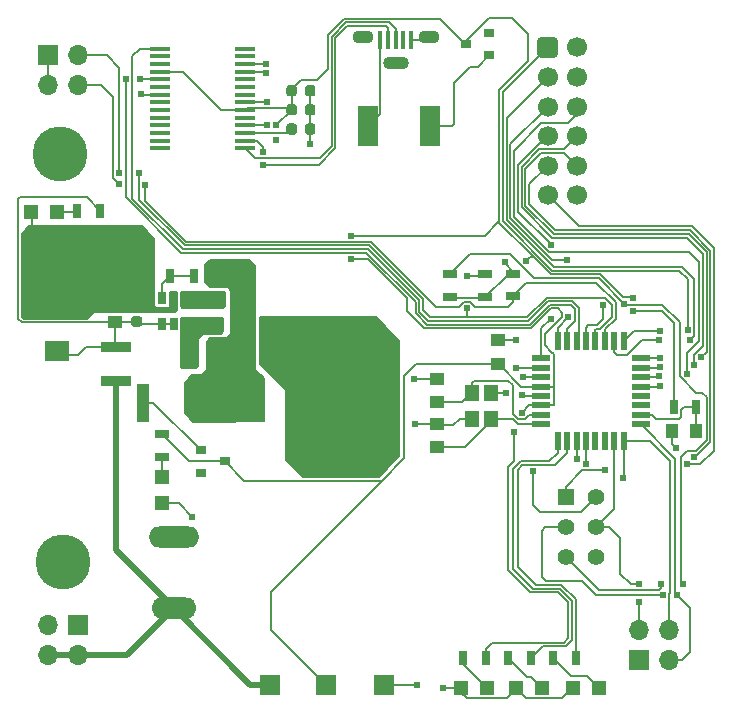
<source format=gtl>
G04 #@! TF.GenerationSoftware,KiCad,Pcbnew,5.1.7-a382d34a8~87~ubuntu20.04.1*
G04 #@! TF.CreationDate,2021-03-22T20:15:53-04:00*
G04 #@! TF.ProjectId,SystemHitLInterface,53797374-656d-4486-9974-4c496e746572,rev?*
G04 #@! TF.SameCoordinates,Original*
G04 #@! TF.FileFunction,Copper,L1,Top*
G04 #@! TF.FilePolarity,Positive*
%FSLAX46Y46*%
G04 Gerber Fmt 4.6, Leading zero omitted, Abs format (unit mm)*
G04 Created by KiCad (PCBNEW 5.1.7-a382d34a8~87~ubuntu20.04.1) date 2021-03-22 20:15:53*
%MOMM*%
%LPD*%
G01*
G04 APERTURE LIST*
G04 #@! TA.AperFunction,ComponentPad*
%ADD10C,4.648200*%
G04 #@! TD*
G04 #@! TA.AperFunction,SMDPad,CuDef*
%ADD11R,1.300000X0.700000*%
G04 #@! TD*
G04 #@! TA.AperFunction,SMDPad,CuDef*
%ADD12R,0.700000X1.300000*%
G04 #@! TD*
G04 #@! TA.AperFunction,SMDPad,CuDef*
%ADD13R,1.200000X2.000000*%
G04 #@! TD*
G04 #@! TA.AperFunction,SMDPad,CuDef*
%ADD14R,1.780000X3.500000*%
G04 #@! TD*
G04 #@! TA.AperFunction,SMDPad,CuDef*
%ADD15R,1.250000X1.000000*%
G04 #@! TD*
G04 #@! TA.AperFunction,SMDPad,CuDef*
%ADD16R,0.650000X1.060000*%
G04 #@! TD*
G04 #@! TA.AperFunction,SMDPad,CuDef*
%ADD17R,1.000000X1.600000*%
G04 #@! TD*
G04 #@! TA.AperFunction,SMDPad,CuDef*
%ADD18R,1.000000X1.250000*%
G04 #@! TD*
G04 #@! TA.AperFunction,SMDPad,CuDef*
%ADD19R,1.200000X1.200000*%
G04 #@! TD*
G04 #@! TA.AperFunction,SMDPad,CuDef*
%ADD20R,0.900000X0.800000*%
G04 #@! TD*
G04 #@! TA.AperFunction,ComponentPad*
%ADD21R,1.400000X1.400000*%
G04 #@! TD*
G04 #@! TA.AperFunction,ComponentPad*
%ADD22C,1.400000*%
G04 #@! TD*
G04 #@! TA.AperFunction,ComponentPad*
%ADD23R,1.700000X1.700000*%
G04 #@! TD*
G04 #@! TA.AperFunction,ComponentPad*
%ADD24O,1.700000X1.700000*%
G04 #@! TD*
G04 #@! TA.AperFunction,ComponentPad*
%ADD25O,4.300000X1.800000*%
G04 #@! TD*
G04 #@! TA.AperFunction,ComponentPad*
%ADD26O,3.800000X1.800000*%
G04 #@! TD*
G04 #@! TA.AperFunction,SMDPad,CuDef*
%ADD27R,1.600000X0.550000*%
G04 #@! TD*
G04 #@! TA.AperFunction,SMDPad,CuDef*
%ADD28R,0.550000X1.600000*%
G04 #@! TD*
G04 #@! TA.AperFunction,SMDPad,CuDef*
%ADD29R,1.750000X0.450000*%
G04 #@! TD*
G04 #@! TA.AperFunction,ComponentPad*
%ADD30C,1.700000*%
G04 #@! TD*
G04 #@! TA.AperFunction,SMDPad,CuDef*
%ADD31R,1.200000X1.400000*%
G04 #@! TD*
G04 #@! TA.AperFunction,SMDPad,CuDef*
%ADD32R,0.450000X1.500000*%
G04 #@! TD*
G04 #@! TA.AperFunction,ComponentPad*
%ADD33O,1.800000X1.100000*%
G04 #@! TD*
G04 #@! TA.AperFunction,ComponentPad*
%ADD34O,2.200000X1.100000*%
G04 #@! TD*
G04 #@! TA.AperFunction,SMDPad,CuDef*
%ADD35R,1.000000X3.200000*%
G04 #@! TD*
G04 #@! TA.AperFunction,SMDPad,CuDef*
%ADD36R,2.159000X1.778000*%
G04 #@! TD*
G04 #@! TA.AperFunction,SMDPad,CuDef*
%ADD37R,2.500000X0.900000*%
G04 #@! TD*
G04 #@! TA.AperFunction,ViaPad*
%ADD38C,0.609600*%
G04 #@! TD*
G04 #@! TA.AperFunction,Conductor*
%ADD39C,0.152400*%
G04 #@! TD*
G04 #@! TA.AperFunction,Conductor*
%ADD40C,0.500000*%
G04 #@! TD*
G04 #@! TA.AperFunction,Conductor*
%ADD41C,0.381000*%
G04 #@! TD*
G04 #@! TA.AperFunction,Conductor*
%ADD42C,0.254000*%
G04 #@! TD*
G04 #@! TA.AperFunction,Conductor*
%ADD43C,0.100000*%
G04 #@! TD*
G04 APERTURE END LIST*
D10*
X102616000Y-88442800D03*
X102819200Y-122936000D03*
D11*
X140919200Y-100467200D03*
X140919200Y-98567200D03*
D12*
X154564000Y-109829600D03*
X156464000Y-109829600D03*
X105953600Y-93218000D03*
X104053600Y-93218000D03*
D13*
X116598700Y-105412540D03*
X113398700Y-105412540D03*
D14*
X118351300Y-109347000D03*
X123631300Y-109347000D03*
D15*
X115493800Y-102727000D03*
X115493800Y-100727000D03*
D12*
X115816420Y-98724720D03*
X113916420Y-98724720D03*
X110030220Y-98709480D03*
X111930220Y-98709480D03*
D11*
X111222000Y-112146000D03*
X111222000Y-114046000D03*
D16*
X113149600Y-100611800D03*
X112199600Y-100611800D03*
X111249600Y-100611800D03*
X111249600Y-102811800D03*
X113149600Y-102811800D03*
X112199600Y-102811800D03*
D17*
X117970300Y-102997000D03*
X120970300Y-102997000D03*
D18*
X118494300Y-105346500D03*
X120494300Y-105346500D03*
D19*
X111222000Y-115796000D03*
X111222000Y-117996000D03*
X102325600Y-93332000D03*
X100125600Y-93332000D03*
D15*
X107274360Y-100616000D03*
X107274360Y-102616000D03*
G04 #@! TA.AperFunction,SMDPad,CuDef*
G36*
G01*
X109336550Y-103031500D02*
X108824050Y-103031500D01*
G75*
G02*
X108605300Y-102812750I0J218750D01*
G01*
X108605300Y-102375250D01*
G75*
G02*
X108824050Y-102156500I218750J0D01*
G01*
X109336550Y-102156500D01*
G75*
G02*
X109555300Y-102375250I0J-218750D01*
G01*
X109555300Y-102812750D01*
G75*
G02*
X109336550Y-103031500I-218750J0D01*
G01*
G37*
G04 #@! TD.AperFunction*
G04 #@! TA.AperFunction,SMDPad,CuDef*
G36*
G01*
X109336550Y-101456500D02*
X108824050Y-101456500D01*
G75*
G02*
X108605300Y-101237750I0J218750D01*
G01*
X108605300Y-100800250D01*
G75*
G02*
X108824050Y-100581500I218750J0D01*
G01*
X109336550Y-100581500D01*
G75*
G02*
X109555300Y-100800250I0J-218750D01*
G01*
X109555300Y-101237750D01*
G75*
G02*
X109336550Y-101456500I-218750J0D01*
G01*
G37*
G04 #@! TD.AperFunction*
X139700000Y-106206800D03*
X139700000Y-104206800D03*
D18*
X154397200Y-111912400D03*
X156397200Y-111912400D03*
D15*
X134467600Y-111268000D03*
X134467600Y-113268000D03*
X134467600Y-109458000D03*
X134467600Y-107458000D03*
G04 #@! TA.AperFunction,SMDPad,CuDef*
G36*
G01*
X122636800Y-82801750D02*
X122636800Y-83314250D01*
G75*
G02*
X122418050Y-83533000I-218750J0D01*
G01*
X121980550Y-83533000D01*
G75*
G02*
X121761800Y-83314250I0J218750D01*
G01*
X121761800Y-82801750D01*
G75*
G02*
X121980550Y-82583000I218750J0D01*
G01*
X122418050Y-82583000D01*
G75*
G02*
X122636800Y-82801750I0J-218750D01*
G01*
G37*
G04 #@! TD.AperFunction*
G04 #@! TA.AperFunction,SMDPad,CuDef*
G36*
G01*
X124211800Y-82801750D02*
X124211800Y-83314250D01*
G75*
G02*
X123993050Y-83533000I-218750J0D01*
G01*
X123555550Y-83533000D01*
G75*
G02*
X123336800Y-83314250I0J218750D01*
G01*
X123336800Y-82801750D01*
G75*
G02*
X123555550Y-82583000I218750J0D01*
G01*
X123993050Y-82583000D01*
G75*
G02*
X124211800Y-82801750I0J-218750D01*
G01*
G37*
G04 #@! TD.AperFunction*
G04 #@! TA.AperFunction,SMDPad,CuDef*
G36*
G01*
X124211800Y-84427350D02*
X124211800Y-84939850D01*
G75*
G02*
X123993050Y-85158600I-218750J0D01*
G01*
X123555550Y-85158600D01*
G75*
G02*
X123336800Y-84939850I0J218750D01*
G01*
X123336800Y-84427350D01*
G75*
G02*
X123555550Y-84208600I218750J0D01*
G01*
X123993050Y-84208600D01*
G75*
G02*
X124211800Y-84427350I0J-218750D01*
G01*
G37*
G04 #@! TD.AperFunction*
G04 #@! TA.AperFunction,SMDPad,CuDef*
G36*
G01*
X122636800Y-84427350D02*
X122636800Y-84939850D01*
G75*
G02*
X122418050Y-85158600I-218750J0D01*
G01*
X121980550Y-85158600D01*
G75*
G02*
X121761800Y-84939850I0J218750D01*
G01*
X121761800Y-84427350D01*
G75*
G02*
X121980550Y-84208600I218750J0D01*
G01*
X122418050Y-84208600D01*
G75*
G02*
X122636800Y-84427350I0J-218750D01*
G01*
G37*
G04 #@! TD.AperFunction*
G04 #@! TA.AperFunction,SMDPad,CuDef*
G36*
G01*
X121761800Y-86565450D02*
X121761800Y-86052950D01*
G75*
G02*
X121980550Y-85834200I218750J0D01*
G01*
X122418050Y-85834200D01*
G75*
G02*
X122636800Y-86052950I0J-218750D01*
G01*
X122636800Y-86565450D01*
G75*
G02*
X122418050Y-86784200I-218750J0D01*
G01*
X121980550Y-86784200D01*
G75*
G02*
X121761800Y-86565450I0J218750D01*
G01*
G37*
G04 #@! TD.AperFunction*
G04 #@! TA.AperFunction,SMDPad,CuDef*
G36*
G01*
X123336800Y-86565450D02*
X123336800Y-86052950D01*
G75*
G02*
X123555550Y-85834200I218750J0D01*
G01*
X123993050Y-85834200D01*
G75*
G02*
X124211800Y-86052950I0J-218750D01*
G01*
X124211800Y-86565450D01*
G75*
G02*
X123993050Y-86784200I-218750J0D01*
G01*
X123555550Y-86784200D01*
G75*
G02*
X123336800Y-86565450I0J218750D01*
G01*
G37*
G04 #@! TD.AperFunction*
D20*
X136922000Y-79095600D03*
X138922000Y-78145600D03*
X138922000Y-80045600D03*
D19*
X138768000Y-133654800D03*
X136568000Y-133654800D03*
X143408400Y-133654800D03*
X141208400Y-133654800D03*
X145983600Y-133604000D03*
X148183600Y-133604000D03*
D14*
X133956400Y-86055200D03*
X128676400Y-86055200D03*
D21*
X145389600Y-117500400D03*
D22*
X147929600Y-117500400D03*
X145389600Y-120040400D03*
X147929600Y-120040400D03*
X145389600Y-122580400D03*
X147929600Y-122580400D03*
D23*
X104140000Y-128270000D03*
D24*
X101600000Y-128270000D03*
X104140000Y-130810000D03*
X101600000Y-130810000D03*
X154127200Y-128727200D03*
X151587200Y-128727200D03*
X154127200Y-131267200D03*
D23*
X151587200Y-131267200D03*
D25*
X112217200Y-120853200D03*
D26*
X112217200Y-126853200D03*
D23*
X101600000Y-80010000D03*
D24*
X101600000Y-82550000D03*
X104140000Y-80010000D03*
X104140000Y-82550000D03*
D12*
X136718000Y-131114800D03*
X138618000Y-131114800D03*
X142428000Y-131114800D03*
X140528000Y-131114800D03*
X146238000Y-131114800D03*
X144338000Y-131114800D03*
D11*
X138531600Y-100518000D03*
X138531600Y-98618000D03*
X135636000Y-98618000D03*
X135636000Y-100518000D03*
D27*
X143273200Y-105708800D03*
X143273200Y-106508800D03*
X143273200Y-107308800D03*
X143273200Y-108108800D03*
X143273200Y-108908800D03*
X143273200Y-109708800D03*
X143273200Y-110508800D03*
X143273200Y-111308800D03*
D28*
X144723200Y-112758800D03*
X145523200Y-112758800D03*
X146323200Y-112758800D03*
X147123200Y-112758800D03*
X147923200Y-112758800D03*
X148723200Y-112758800D03*
X149523200Y-112758800D03*
X150323200Y-112758800D03*
D27*
X151773200Y-111308800D03*
X151773200Y-110508800D03*
X151773200Y-109708800D03*
X151773200Y-108908800D03*
X151773200Y-108108800D03*
X151773200Y-107308800D03*
X151773200Y-106508800D03*
X151773200Y-105708800D03*
D28*
X150323200Y-104258800D03*
X149523200Y-104258800D03*
X148723200Y-104258800D03*
X147923200Y-104258800D03*
X147123200Y-104258800D03*
X146323200Y-104258800D03*
X145523200Y-104258800D03*
X144723200Y-104258800D03*
D29*
X111055600Y-79493400D03*
X111055600Y-80143400D03*
X111055600Y-80793400D03*
X111055600Y-81443400D03*
X111055600Y-82093400D03*
X111055600Y-82743400D03*
X111055600Y-83393400D03*
X111055600Y-84043400D03*
X111055600Y-84693400D03*
X111055600Y-85343400D03*
X111055600Y-85993400D03*
X111055600Y-86643400D03*
X111055600Y-87293400D03*
X111055600Y-87943400D03*
X118255600Y-87943400D03*
X118255600Y-87293400D03*
X118255600Y-86643400D03*
X118255600Y-85993400D03*
X118255600Y-85343400D03*
X118255600Y-84693400D03*
X118255600Y-84043400D03*
X118255600Y-83393400D03*
X118255600Y-82743400D03*
X118255600Y-82093400D03*
X118255600Y-81443400D03*
X118255600Y-80793400D03*
X118255600Y-80143400D03*
X118255600Y-79493400D03*
G04 #@! TA.AperFunction,ComponentPad*
G36*
G01*
X143015600Y-80000400D02*
X143015600Y-78800400D01*
G75*
G02*
X143265600Y-78550400I250000J0D01*
G01*
X144465600Y-78550400D01*
G75*
G02*
X144715600Y-78800400I0J-250000D01*
G01*
X144715600Y-80000400D01*
G75*
G02*
X144465600Y-80250400I-250000J0D01*
G01*
X143265600Y-80250400D01*
G75*
G02*
X143015600Y-80000400I0J250000D01*
G01*
G37*
G04 #@! TD.AperFunction*
D30*
X143865600Y-81900400D03*
X143865600Y-84400400D03*
X143865600Y-86900400D03*
X143865600Y-89400400D03*
X143865600Y-91900400D03*
X146365600Y-79400400D03*
X146365600Y-81900400D03*
X146365600Y-84400400D03*
X146365600Y-86900400D03*
X146365600Y-89400400D03*
X146365600Y-91900400D03*
D31*
X139077600Y-110828000D03*
X139077600Y-108628000D03*
X137477600Y-108628000D03*
X137477600Y-110828000D03*
D32*
X131013200Y-78778600D03*
X131663200Y-78778600D03*
X130363200Y-78778600D03*
X132313200Y-78778600D03*
X129713200Y-78778600D03*
D33*
X128213200Y-78528600D03*
X133813200Y-78528600D03*
D34*
X131013200Y-80678600D03*
D20*
X114519200Y-113502400D03*
X114519200Y-115402400D03*
X116519200Y-114452400D03*
D35*
X115774400Y-109474000D03*
X109574400Y-109474000D03*
D23*
X120396000Y-133350000D03*
X125120400Y-133400800D03*
X130048000Y-133400800D03*
D36*
X102362000Y-101041200D03*
X102362000Y-105105200D03*
D37*
X107340400Y-107672800D03*
X107340400Y-104772800D03*
D38*
X123614180Y-107027980D03*
X109227620Y-95951040D03*
X100210620Y-97774760D03*
X100197920Y-100655120D03*
X113792000Y-119126000D03*
X109423200Y-83362800D03*
X120040400Y-80822800D03*
X120091200Y-83997790D03*
X141782800Y-107340400D03*
X132638800Y-111252000D03*
X132588000Y-107442000D03*
X120040400Y-81534000D03*
X120096990Y-86003081D03*
X153365200Y-108102400D03*
X123748800Y-87579200D03*
X134975600Y-133654800D03*
X154736800Y-113334800D03*
X141732000Y-108864400D03*
X140385790Y-108628000D03*
X141173200Y-104190800D03*
X132842000Y-133400800D03*
X141681203Y-110337600D03*
X142617171Y-115286771D03*
X120904000Y-86004402D03*
X120903999Y-87274412D03*
X127254000Y-95326169D03*
X151130000Y-101727000D03*
X151130000Y-100584000D03*
X127254000Y-97307411D03*
X142036800Y-97485200D03*
X140258800Y-97536000D03*
X148742400Y-115189010D03*
X150215600Y-115824000D03*
X153619200Y-125780800D03*
X154838400Y-125780812D03*
X151587200Y-126314200D03*
X151587200Y-124841000D03*
X153466800Y-124815600D03*
X150326104Y-101092010D03*
X155295596Y-124815600D03*
X148560515Y-101207271D03*
X109245400Y-90017600D03*
X107619808Y-90017600D03*
X137058400Y-98755200D03*
X137058400Y-101498406D03*
X109778800Y-91033600D03*
X107619808Y-90982800D03*
X141173200Y-106578400D03*
X141020800Y-111963200D03*
X144178254Y-96156546D03*
X144123422Y-102362000D03*
X146368910Y-114212510D03*
X156282720Y-114092194D03*
X155676600Y-114681010D03*
X147123200Y-114681001D03*
X153339779Y-107188497D03*
X155676610Y-107086400D03*
X153390579Y-106426484D03*
X156260800Y-106273600D03*
X153363423Y-105664966D03*
X156866571Y-105609371D03*
X153390579Y-103428800D03*
X155727400Y-103327200D03*
X153314400Y-104190800D03*
X155956000Y-104140000D03*
X108153208Y-82092800D03*
X109371800Y-82093400D03*
X145637600Y-102254400D03*
X145542000Y-97383594D03*
X119786400Y-89331800D03*
X119786400Y-88239600D03*
D39*
X100274120Y-97711260D02*
X100210620Y-97774760D01*
X122412760Y-108229400D02*
X123614180Y-107027980D01*
X123631300Y-109347000D02*
X127340360Y-109347000D01*
X108777120Y-101109680D02*
X109080300Y-100806500D01*
X107274360Y-101109680D02*
X108777120Y-101109680D01*
X109205300Y-100806500D02*
X109080300Y-100806500D01*
X110030220Y-99981580D02*
X109205300Y-100806500D01*
X110030220Y-98709480D02*
X110030220Y-99981580D01*
X110030220Y-96753640D02*
X109227620Y-95951040D01*
X110030220Y-98709480D02*
X110030220Y-96753640D01*
X120970300Y-104870500D02*
X120494300Y-105346500D01*
X120970300Y-102997000D02*
X120970300Y-104870500D01*
X123631300Y-108608500D02*
X123631300Y-109347000D01*
X120494300Y-105471500D02*
X123631300Y-108608500D01*
X120494300Y-105346500D02*
X120494300Y-105471500D01*
X112199600Y-101395800D02*
X112199600Y-100611800D01*
X112174199Y-101421201D02*
X112199600Y-101395800D01*
X110574001Y-101421201D02*
X112174199Y-101421201D01*
X109959300Y-100806500D02*
X110574001Y-101421201D01*
X109080300Y-100806500D02*
X109959300Y-100806500D01*
X101600000Y-80010000D02*
X101600000Y-82550000D01*
X112662000Y-117996000D02*
X113792000Y-119126000D01*
X111222000Y-117996000D02*
X112662000Y-117996000D01*
X109453800Y-83393400D02*
X109423200Y-83362800D01*
X111055600Y-83393400D02*
X109453800Y-83393400D01*
X123774300Y-83058000D02*
X123774300Y-84683600D01*
X123774300Y-84683600D02*
X123774300Y-86309200D01*
X120011000Y-80793400D02*
X120040400Y-80822800D01*
X118255600Y-80793400D02*
X120011000Y-80793400D01*
X118255600Y-84043400D02*
X120045590Y-84043400D01*
X120045590Y-84043400D02*
X120091200Y-83997790D01*
X141814400Y-107308800D02*
X141782800Y-107340400D01*
X143273200Y-107308800D02*
X141814400Y-107308800D01*
X132654800Y-111268000D02*
X132638800Y-111252000D01*
X134467600Y-111268000D02*
X132654800Y-111268000D01*
X132604000Y-107458000D02*
X132588000Y-107442000D01*
X134467600Y-107458000D02*
X132604000Y-107458000D01*
X119949800Y-81443400D02*
X120040400Y-81534000D01*
X118255600Y-81443400D02*
X119949800Y-81443400D01*
X120087309Y-85993400D02*
X120096990Y-86003081D01*
X118255600Y-85993400D02*
X120087309Y-85993400D01*
X134604000Y-111404400D02*
X134467600Y-111268000D01*
X135890000Y-111404400D02*
X134604000Y-111404400D01*
X136466400Y-110828000D02*
X135890000Y-111404400D01*
X137477600Y-110828000D02*
X136466400Y-110828000D01*
X153358800Y-108108800D02*
X153365200Y-108102400D01*
X151773200Y-108108800D02*
X153358800Y-108108800D01*
X100210620Y-93417020D02*
X100125600Y-93332000D01*
X100210620Y-97774760D02*
X100210620Y-93417020D01*
X130801090Y-80204790D02*
X130804610Y-80204790D01*
X123774300Y-87553700D02*
X123748800Y-87579200D01*
X123774300Y-86309200D02*
X123774300Y-87553700D01*
X133563200Y-78778600D02*
X133813200Y-78528600D01*
X132313200Y-78778600D02*
X133563200Y-78778600D01*
X141208400Y-133654800D02*
X142037001Y-134483401D01*
X145104199Y-134483401D02*
X145983600Y-133604000D01*
X142037001Y-134483401D02*
X145104199Y-134483401D01*
X141208400Y-133654800D02*
X141208400Y-133721200D01*
X140446199Y-134483401D02*
X137023401Y-134483401D01*
X141208400Y-133721200D02*
X140446199Y-134483401D01*
X136568000Y-134028000D02*
X136568000Y-133654800D01*
X137023401Y-134483401D02*
X136568000Y-134028000D01*
X136568000Y-133654800D02*
X134975600Y-133654800D01*
X154397200Y-112995200D02*
X154736800Y-113334800D01*
X154397200Y-111912400D02*
X154397200Y-112995200D01*
X141776400Y-108908800D02*
X141732000Y-108864400D01*
X143273200Y-108908800D02*
X141776400Y-108908800D01*
X139077600Y-108628000D02*
X140385790Y-108628000D01*
X141157200Y-104206800D02*
X141173200Y-104190800D01*
X139700000Y-104206800D02*
X141157200Y-104206800D01*
X130048000Y-133400800D02*
X132842000Y-133400800D01*
X102285800Y-101409500D02*
X102476300Y-101409500D01*
X100952300Y-101409500D02*
X100197920Y-100655120D01*
X101993700Y-101409500D02*
X102362000Y-101041200D01*
X100952300Y-101409500D02*
X101993700Y-101409500D01*
D40*
X101600000Y-130810000D02*
X104140000Y-130810000D01*
D39*
X107065400Y-107797600D02*
X107188000Y-107675000D01*
D41*
X107035600Y-107797600D02*
X107065400Y-107797600D01*
D40*
X104140000Y-130810000D02*
X107385600Y-130810000D01*
X108260400Y-130810000D02*
X112217200Y-126853200D01*
X107385600Y-130810000D02*
X108260400Y-130810000D01*
X118714000Y-133350000D02*
X112217200Y-126853200D01*
X120396000Y-133350000D02*
X118714000Y-133350000D01*
X107340400Y-121976400D02*
X107340400Y-107672800D01*
X112217200Y-126853200D02*
X107340400Y-121976400D01*
D39*
X122199300Y-83058000D02*
X122199300Y-84683600D01*
X121945300Y-84429600D02*
X122199300Y-84683600D01*
X122046900Y-84531200D02*
X122199300Y-84683600D01*
X118417800Y-84531200D02*
X122046900Y-84531200D01*
X118255600Y-84693400D02*
X118417800Y-84531200D01*
X142310003Y-109708800D02*
X143273200Y-109708800D01*
X141681203Y-110337600D02*
X142310003Y-109708800D01*
X144373600Y-108153200D02*
X143317600Y-108153200D01*
X144373600Y-109689600D02*
X144373600Y-108153200D01*
X144392800Y-109708800D02*
X144373600Y-109689600D01*
X143317600Y-108153200D02*
X143273200Y-108108800D01*
X143273200Y-109708800D02*
X144392800Y-109708800D01*
X143273200Y-108108800D02*
X143260267Y-108121733D01*
X116519200Y-114300960D02*
X116519200Y-114452400D01*
X113528400Y-114452400D02*
X111222000Y-112146000D01*
X116519200Y-114452400D02*
X113528400Y-114452400D01*
X142617171Y-115286771D02*
X142617171Y-118131571D01*
X142617171Y-118131571D02*
X143256000Y-118770400D01*
X146659600Y-118770400D02*
X147929600Y-117500400D01*
X143256000Y-118770400D02*
X146659600Y-118770400D01*
X122199300Y-84683600D02*
X120904000Y-85978900D01*
X120904000Y-85978900D02*
X120904000Y-86004402D01*
X111095400Y-81483200D02*
X111055600Y-81443400D01*
X113030000Y-81483200D02*
X111095400Y-81483200D01*
X116240200Y-84693400D02*
X113030000Y-81483200D01*
X118255600Y-84693400D02*
X116240200Y-84693400D01*
X140482400Y-98633200D02*
X138582400Y-100533200D01*
X134772390Y-76961990D02*
X136906000Y-79095600D01*
X136906000Y-79095600D02*
X136922000Y-79095600D01*
X126670544Y-76961990D02*
X134772390Y-76961990D01*
X125272790Y-81229210D02*
X125272791Y-78359743D01*
X124358400Y-82143600D02*
X125272790Y-81229210D01*
X122986800Y-82143600D02*
X124358400Y-82143600D01*
X122199300Y-82931100D02*
X122986800Y-82143600D01*
X125272791Y-78359743D02*
X126670544Y-76961990D01*
X122199300Y-83058000D02*
X122199300Y-82931100D01*
X131978400Y-100658000D02*
X131955221Y-100634821D01*
X148285200Y-98602800D02*
X144145901Y-98602800D01*
X150215600Y-100533200D02*
X148285200Y-98602800D01*
X151079200Y-100533200D02*
X150215600Y-100533200D01*
X151130000Y-100584000D02*
X151079200Y-100533200D01*
X153594554Y-101727000D02*
X151130000Y-101727000D01*
X153594177Y-101727377D02*
X153594554Y-101727000D01*
X154564000Y-102697200D02*
X153594177Y-101727377D01*
X154564000Y-109829600D02*
X154564000Y-102697200D01*
X131724400Y-107188000D02*
X132740400Y-106172000D01*
X131724400Y-114198400D02*
X131724400Y-107188000D01*
X129844800Y-116078000D02*
X131724400Y-114198400D01*
X118144800Y-116078000D02*
X129844800Y-116078000D01*
X116519200Y-114452400D02*
X118144800Y-116078000D01*
X139665200Y-106172000D02*
X139700000Y-106206800D01*
X132740400Y-106172000D02*
X139665200Y-106172000D01*
X139734800Y-106206800D02*
X139700000Y-106206800D01*
X141636800Y-108108800D02*
X139734800Y-106206800D01*
X143273200Y-108108800D02*
X141636800Y-108108800D01*
X138531600Y-100584000D02*
X136144000Y-100584000D01*
X144145901Y-98602800D02*
X142710350Y-97167250D01*
X145084800Y-102209600D02*
X145084800Y-101854000D01*
X144170401Y-101498401D02*
X142493970Y-103174833D01*
X131955221Y-100634821D02*
X128627811Y-97307411D01*
X128627811Y-97307411D02*
X127254000Y-97307411D01*
X144170400Y-105156000D02*
X143611610Y-104597210D01*
X144373600Y-108153200D02*
X144373600Y-105395682D01*
X142493970Y-103174833D02*
X133400833Y-103174833D01*
X144170400Y-105192482D02*
X144170400Y-105156000D01*
X143611610Y-104597210D02*
X143611610Y-103682790D01*
X131955221Y-101729221D02*
X131955221Y-100634821D01*
X133400833Y-103174833D02*
X131955221Y-101729221D01*
X143611610Y-103682790D02*
X145084800Y-102209600D01*
X144729201Y-101498401D02*
X144170401Y-101498401D01*
X145084800Y-101854000D02*
X144729201Y-101498401D01*
X144373600Y-105395682D02*
X144170400Y-105192482D01*
X142354750Y-97167250D02*
X142036800Y-97485200D01*
X142710350Y-97167250D02*
X142354750Y-97167250D01*
X140970000Y-98399600D02*
X140258800Y-97688400D01*
X140258800Y-97688400D02*
X140258800Y-97536000D01*
X138887200Y-76911200D02*
X136922000Y-78876400D01*
X140868400Y-76911200D02*
X138887200Y-76911200D01*
X136922000Y-78876400D02*
X136922000Y-79095600D01*
X142189200Y-80568800D02*
X142189200Y-78232000D01*
X139750800Y-83007200D02*
X142189200Y-80568800D01*
X139750800Y-94132400D02*
X139750800Y-83007200D01*
X127279431Y-95351600D02*
X138531600Y-95351600D01*
X142189200Y-78232000D02*
X140868400Y-76911200D01*
X127254000Y-95326169D02*
X127279431Y-95351600D01*
X142684050Y-97167250D02*
X139700000Y-94183200D01*
X142710350Y-97167250D02*
X142684050Y-97167250D01*
X139700000Y-94183200D02*
X139750800Y-94132400D01*
X138531600Y-95351600D02*
X139700000Y-94183200D01*
X120446800Y-128727200D02*
X125120400Y-133400800D01*
X120446800Y-125476000D02*
X120446800Y-128727200D01*
X129844800Y-116078000D02*
X120446800Y-125476000D01*
X111249600Y-102811800D02*
X112199600Y-102811800D01*
X105975600Y-93332000D02*
X105975600Y-93032000D01*
X104076500Y-105473500D02*
X104775000Y-104775000D01*
X99060000Y-92252800D02*
X99212400Y-92100400D01*
X99060000Y-102362000D02*
X99060000Y-92252800D01*
X109080300Y-102806500D02*
X108958480Y-102684680D01*
X99212400Y-92100400D02*
X104836000Y-92100400D01*
X99382680Y-102684680D02*
X99060000Y-102362000D01*
X111244300Y-102806500D02*
X109080300Y-102806500D01*
X108958480Y-102684680D02*
X99382680Y-102684680D01*
X111249600Y-102811800D02*
X111244300Y-102806500D01*
X104836000Y-92100400D02*
X105953600Y-93218000D01*
X102730300Y-105473500D02*
X102362000Y-105105200D01*
X104076500Y-105473500D02*
X102730300Y-105473500D01*
X107338200Y-104775000D02*
X107340400Y-104772800D01*
X104775000Y-104775000D02*
X107338200Y-104775000D01*
X107274360Y-104706760D02*
X107340400Y-104772800D01*
X107274360Y-102616000D02*
X107274360Y-104706760D01*
X113149600Y-105163440D02*
X113398700Y-105412540D01*
X115409000Y-102811800D02*
X115493800Y-102727000D01*
X113149600Y-102811800D02*
X115409000Y-102811800D01*
X113398700Y-105412540D02*
X113398700Y-103060900D01*
X113398700Y-103060900D02*
X113149600Y-102811800D01*
X115378600Y-100611800D02*
X115493800Y-100727000D01*
X113149600Y-100611800D02*
X115378600Y-100611800D01*
X115816420Y-98724720D02*
X115816420Y-98424720D01*
X115755280Y-109347000D02*
X115750200Y-109352080D01*
X118404640Y-105412540D02*
X118493540Y-105323640D01*
X118493540Y-109204760D02*
X118351300Y-109347000D01*
X118346220Y-109352080D02*
X118351300Y-109347000D01*
X115750200Y-109352080D02*
X118346220Y-109352080D01*
X118494300Y-109204000D02*
X118351300Y-109347000D01*
X118494300Y-105346500D02*
X118494300Y-109204000D01*
X118428260Y-105412540D02*
X118494300Y-105346500D01*
X116598700Y-105412540D02*
X118428260Y-105412540D01*
X117970300Y-104822500D02*
X118494300Y-105346500D01*
X117970300Y-102997000D02*
X117970300Y-104822500D01*
X116420420Y-98724720D02*
X115816420Y-98724720D01*
X117970300Y-100274600D02*
X116420420Y-98724720D01*
X117970300Y-102997000D02*
X117970300Y-100274600D01*
X102325600Y-93332000D02*
X104075600Y-93332000D01*
X111222000Y-114046000D02*
X111222000Y-115796000D01*
X113901180Y-98709480D02*
X113916420Y-98724720D01*
X111930220Y-98709480D02*
X113901180Y-98709480D01*
X111249600Y-99390100D02*
X111249600Y-100611800D01*
X111930220Y-98709480D02*
X111249600Y-99390100D01*
X156464000Y-111845600D02*
X156397200Y-111912400D01*
X156464000Y-109829600D02*
X156464000Y-111845600D01*
X152725600Y-110508800D02*
X151773200Y-110508800D01*
X155142601Y-110662481D02*
X154959482Y-110845600D01*
X155142601Y-110134999D02*
X155142601Y-110662481D01*
X153062400Y-110845600D02*
X152725600Y-110508800D01*
X154959482Y-110845600D02*
X153062400Y-110845600D01*
X155448000Y-109829600D02*
X155142601Y-110134999D01*
X156464000Y-109829600D02*
X155448000Y-109829600D01*
X139077600Y-111030922D02*
X139077600Y-110828000D01*
X136840522Y-113268000D02*
X139077600Y-111030922D01*
X134467600Y-113268000D02*
X136840522Y-113268000D01*
X143273200Y-111308800D02*
X142792800Y-111308800D01*
X141331600Y-111308800D02*
X140901600Y-110878800D01*
X143273200Y-111308800D02*
X141331600Y-111308800D01*
X139128400Y-110878800D02*
X139077600Y-110828000D01*
X140901600Y-110878800D02*
X139128400Y-110878800D01*
X136647600Y-109458000D02*
X137477600Y-108628000D01*
X134467600Y-109458000D02*
X136647600Y-109458000D01*
X137477600Y-107775600D02*
X137477600Y-108628000D01*
X140538211Y-107619811D02*
X137633389Y-107619811D01*
X140919200Y-108000800D02*
X140538211Y-107619811D01*
X140919200Y-110465334D02*
X140919200Y-108000800D01*
X141324866Y-110871000D02*
X140919200Y-110465334D01*
X141958600Y-110871000D02*
X141324866Y-110871000D01*
X142320800Y-110508800D02*
X141958600Y-110871000D01*
X143273200Y-110508800D02*
X142320800Y-110508800D01*
X137633389Y-107619811D02*
X137477600Y-107775600D01*
D42*
X122068300Y-86440200D02*
X122199300Y-86309200D01*
D39*
X121966700Y-86541800D02*
X122199300Y-86309200D01*
X121865100Y-86643400D02*
X122199300Y-86309200D01*
X118255600Y-86643400D02*
X121865100Y-86643400D01*
X137941600Y-81026000D02*
X138922000Y-80045600D01*
X137312400Y-81026000D02*
X137941600Y-81026000D01*
X135940800Y-82397600D02*
X137312400Y-81026000D01*
X135737600Y-86055200D02*
X135940800Y-85852000D01*
X135940800Y-85852000D02*
X135940800Y-82397600D01*
X133956400Y-86055200D02*
X135737600Y-86055200D01*
X136718000Y-131604800D02*
X138768000Y-133654800D01*
X136718000Y-131114800D02*
X136718000Y-131604800D01*
X142465499Y-132711899D02*
X143408400Y-133654800D01*
X140528000Y-131114800D02*
X142125099Y-132711899D01*
X142125099Y-132711899D02*
X142465499Y-132711899D01*
X145862000Y-132638800D02*
X144338000Y-131114800D01*
X147218400Y-132638800D02*
X148183600Y-133604000D01*
X145862000Y-132638800D02*
X147218400Y-132638800D01*
X129684590Y-85047010D02*
X128676400Y-86055200D01*
X129684590Y-78807210D02*
X129684590Y-85047010D01*
X129713200Y-78778600D02*
X129684590Y-78807210D01*
D42*
X150215600Y-112866400D02*
X150323200Y-112758800D01*
X150368000Y-112803600D02*
X150323200Y-112758800D01*
D39*
X145643600Y-117500400D02*
X145389600Y-117500400D01*
X150374000Y-112758800D02*
X150374000Y-115665600D01*
X145389600Y-116648000D02*
X146823189Y-115214411D01*
X145389600Y-117500400D02*
X145389600Y-116648000D01*
X152560600Y-112758800D02*
X153314400Y-113512600D01*
X150323200Y-112758800D02*
X152560600Y-112758800D01*
X154152601Y-128701799D02*
X154127200Y-128727200D01*
X154152601Y-125677177D02*
X154152601Y-128701799D01*
X154228800Y-125600978D02*
X154152601Y-125677177D01*
X154228800Y-114427000D02*
X154228800Y-125600978D01*
X153314400Y-113512600D02*
X154228800Y-114427000D01*
X146823189Y-115214411D02*
X148716999Y-115214411D01*
X148716999Y-115214411D02*
X148742400Y-115189010D01*
X145389600Y-120040400D02*
X145389600Y-120192800D01*
X155955988Y-130555988D02*
X155956000Y-130556000D01*
X155955988Y-126898400D02*
X155955988Y-130555988D01*
X154838400Y-125780812D02*
X155955988Y-126898400D01*
X155244800Y-131267200D02*
X154127200Y-131267200D01*
X155955988Y-130556012D02*
X155244800Y-131267200D01*
X155955988Y-130555988D02*
X155955988Y-130556012D01*
X143713200Y-124612400D02*
X143357600Y-124256800D01*
X143357600Y-124256800D02*
X143357600Y-120345200D01*
X143357600Y-120345200D02*
X143662400Y-120040400D01*
X153619200Y-125780800D02*
X147980400Y-125780800D01*
X147980400Y-125780800D02*
X146812000Y-124612400D01*
X146812000Y-124612400D02*
X143713200Y-124612400D01*
X143662400Y-120040400D02*
X145389600Y-120040400D01*
X151773200Y-111308800D02*
X154686000Y-114221600D01*
X154686000Y-114221600D02*
X154686000Y-125628412D01*
X154686000Y-125628412D02*
X154838400Y-125780812D01*
D42*
X149402800Y-112879200D02*
X149523200Y-112758800D01*
D39*
X147929600Y-120040400D02*
X147929600Y-120015000D01*
X151587200Y-128727200D02*
X151587200Y-126314200D01*
X151587200Y-124841000D02*
X150901400Y-124841000D01*
X150901400Y-124841000D02*
X150012400Y-123952000D01*
X150012400Y-123952000D02*
X150012400Y-120954800D01*
X149098000Y-120040400D02*
X147929600Y-120040400D01*
X150012400Y-120954800D02*
X149098000Y-120040400D01*
X149504400Y-112625204D02*
X149504400Y-117195600D01*
X149402800Y-112879200D02*
X149529802Y-113006202D01*
X149504400Y-118465600D02*
X147929600Y-120040400D01*
X149504400Y-117195600D02*
X149504400Y-118465600D01*
X146964400Y-103632000D02*
X147073641Y-103522759D01*
X145389600Y-122580400D02*
X145389600Y-123063000D01*
X153263600Y-125374400D02*
X148183600Y-125374400D01*
X148183600Y-125374400D02*
X145389600Y-122580400D01*
X153466800Y-125171200D02*
X153263600Y-125374400D01*
X153466800Y-124815600D02*
X153466800Y-125171200D01*
X148590000Y-101346000D02*
X148793200Y-101142800D01*
X148590000Y-102412800D02*
X148590000Y-101346000D01*
X148082000Y-102920800D02*
X148590000Y-102412800D01*
X147320000Y-102920800D02*
X148082000Y-102920800D01*
X147123200Y-103117600D02*
X147320000Y-102920800D01*
X147123200Y-104258800D02*
X147123200Y-103117600D01*
X137327600Y-96926400D02*
X135636000Y-98618000D01*
X140665200Y-96926400D02*
X137327600Y-96926400D01*
X142697200Y-98958400D02*
X140665200Y-96926400D01*
X148192494Y-98958400D02*
X142697200Y-98958400D01*
X150326104Y-101092010D02*
X148192494Y-98958400D01*
X155143199Y-124663203D02*
X155295596Y-124815600D01*
X155143199Y-114096801D02*
X155143199Y-124663203D01*
X157327600Y-112649734D02*
X156439334Y-113538000D01*
X156972000Y-108661200D02*
X157327600Y-109016800D01*
X157327600Y-109016800D02*
X157327600Y-112649734D01*
X150215600Y-101193600D02*
X153568400Y-101193600D01*
X155041600Y-107240824D02*
X156461976Y-108661200D01*
X155041600Y-102666800D02*
X155041600Y-107240824D01*
X155702000Y-113538000D02*
X155143199Y-114096801D01*
X156439334Y-113538000D02*
X155702000Y-113538000D01*
X153568400Y-101193600D02*
X155041600Y-102666800D01*
X156461976Y-108661200D02*
X156972000Y-108661200D01*
D42*
X104140000Y-80010000D02*
X104190800Y-79959200D01*
D39*
X107619808Y-90017600D02*
X107619808Y-81102208D01*
X106527600Y-80010000D02*
X104140000Y-80010000D01*
X107619808Y-81102208D02*
X106527600Y-80010000D01*
X147923200Y-103306400D02*
X147923200Y-104258800D01*
X149326601Y-102234999D02*
X148331401Y-103230199D01*
X149326601Y-101219001D02*
X149326601Y-102234999D01*
X143791632Y-100583970D02*
X148691570Y-100583970D01*
X148331401Y-103230199D02*
X147999401Y-103230199D01*
X133299230Y-100685630D02*
X133299230Y-101650830D01*
X128777979Y-96164379D02*
X133299230Y-100685630D01*
X113131579Y-96164379D02*
X128777979Y-96164379D01*
X147999401Y-103230199D02*
X147923200Y-103306400D01*
X142115202Y-102260400D02*
X143791632Y-100583970D01*
X133299230Y-101650830D02*
X133908800Y-102260400D01*
X148691570Y-100583970D02*
X149326601Y-101219001D01*
X109245400Y-92278200D02*
X113131579Y-96164379D01*
X109245400Y-90017600D02*
X109245400Y-92278200D01*
X133908800Y-102260400D02*
X137058400Y-102260400D01*
X137058400Y-102260400D02*
X142115202Y-102260400D01*
X138394400Y-98755200D02*
X138531600Y-98618000D01*
X137058400Y-98755200D02*
X138394400Y-98755200D01*
X137058400Y-102260400D02*
X137058400Y-101498406D01*
X148723200Y-104258800D02*
X148793200Y-104188800D01*
X107086407Y-90449399D02*
X107086407Y-83616807D01*
X107619808Y-90982800D02*
X107086407Y-90449399D01*
X106019600Y-82550000D02*
X104140000Y-82550000D01*
X107086407Y-83616807D02*
X106019600Y-82550000D01*
X128828769Y-95859569D02*
X128828800Y-95859600D01*
X113257835Y-95859569D02*
X128828769Y-95859569D01*
X109778800Y-92380534D02*
X113257835Y-95859569D01*
X109778800Y-91033600D02*
X109778800Y-92380534D01*
X128904236Y-95859570D02*
X128828769Y-95859569D01*
X136370563Y-101396800D02*
X134441466Y-101396800D01*
X137314434Y-100964997D02*
X136802366Y-100964997D01*
X134441466Y-101396800D02*
X128904236Y-95859570D01*
X140542800Y-101346000D02*
X137695437Y-101346000D01*
X137695437Y-101346000D02*
X137314434Y-100964997D01*
X140919200Y-100969600D02*
X140542800Y-101346000D01*
X136802366Y-100964997D02*
X136370563Y-101396800D01*
X140919200Y-100467200D02*
X140919200Y-100969600D01*
X149631412Y-100940345D02*
X148005067Y-99314000D01*
X149631412Y-102361255D02*
X149631412Y-100940345D01*
X148723200Y-103269466D02*
X149631412Y-102361255D01*
X148005067Y-99314000D02*
X143002000Y-99314000D01*
X148723200Y-104258800D02*
X148723200Y-103269466D01*
X142072400Y-99314000D02*
X140919200Y-100467200D01*
X143002000Y-99314000D02*
X142072400Y-99314000D01*
X141147803Y-106603803D02*
X141242806Y-106508800D01*
X141242806Y-106508800D02*
X143273200Y-106508800D01*
X141147803Y-106603797D02*
X141173200Y-106578400D01*
X141147803Y-106603803D02*
X141147803Y-106603797D01*
X140512800Y-114858800D02*
X140512800Y-119025134D01*
X141020800Y-114376200D02*
X140512800Y-114884200D01*
X141020800Y-111963200D02*
X141020800Y-114376200D01*
X138618000Y-130312400D02*
X138618000Y-131114800D01*
X139136400Y-129794000D02*
X138618000Y-130312400D01*
X143317734Y-129794000D02*
X139136400Y-129794000D01*
X143317743Y-129793991D02*
X143317734Y-129794000D01*
X140692829Y-123799609D02*
X142420040Y-125526820D01*
X144781488Y-125526820D02*
X145628380Y-126373712D01*
X145263344Y-129793990D02*
X143317743Y-129793991D01*
X140691343Y-123799609D02*
X140692829Y-123799609D01*
X145628380Y-126373712D02*
X145628380Y-129428954D01*
X145628380Y-129428954D02*
X145263344Y-129793990D01*
X142420040Y-125526820D02*
X144781488Y-125526820D01*
X140512799Y-123621065D02*
X140691343Y-123799609D01*
X140512799Y-118999753D02*
X140512799Y-123621065D01*
X143444000Y-130098800D02*
X142428000Y-131114800D01*
X145389600Y-130098800D02*
X143444000Y-130098800D01*
X145933190Y-129555210D02*
X145389600Y-130098800D01*
X140919200Y-123520200D02*
X142621010Y-125222010D01*
X144907744Y-125222010D02*
X145933190Y-126247456D01*
X140919200Y-119229086D02*
X140919200Y-123520200D01*
X145933190Y-126247456D02*
X145933190Y-129555210D01*
X142621010Y-125222010D02*
X144907744Y-125222010D01*
X140919200Y-119176800D02*
X140919200Y-119229086D01*
X140919200Y-119229086D02*
X140919200Y-115112800D01*
X141605000Y-114427000D02*
X143992600Y-114427000D01*
X143992600Y-114427000D02*
X144723200Y-113696400D01*
X144723200Y-113696400D02*
X144723200Y-112758800D01*
X140919200Y-115112800D02*
X141605000Y-114427000D01*
X146238000Y-130312400D02*
X146238000Y-131114800D01*
X145523200Y-113711200D02*
X144502589Y-114731811D01*
X145034000Y-124917200D02*
X146238000Y-126121200D01*
X141731255Y-114731811D02*
X141325600Y-115137466D01*
X142874266Y-124917200D02*
X145034000Y-124917200D01*
X141325600Y-123368534D02*
X142874266Y-124917200D01*
X141325600Y-115137466D02*
X141325600Y-123368534D01*
X144502589Y-114731811D02*
X141731255Y-114731811D01*
X145523200Y-112758800D02*
X145523200Y-113711200D01*
X146238000Y-126121200D02*
X146238000Y-130312400D01*
X143273200Y-105708800D02*
X143273200Y-105528800D01*
X143865600Y-86900400D02*
X143833200Y-86900400D01*
X141376381Y-93319581D02*
X144119600Y-96062800D01*
X141376381Y-89357219D02*
X141376381Y-93319581D01*
X143833200Y-86900400D02*
X141376381Y-89357219D01*
X144178254Y-96121454D02*
X144178254Y-96156546D01*
X144119600Y-96062800D02*
X144178254Y-96121454D01*
X143306800Y-103178622D02*
X144123422Y-102362000D01*
X143306800Y-105613200D02*
X143306800Y-103178622D01*
X144187600Y-102297822D02*
X144123422Y-102362000D01*
X146323200Y-112758800D02*
X146323200Y-114166800D01*
X146323200Y-114166800D02*
X146368910Y-114212510D01*
X142290813Y-92684044D02*
X144501167Y-94894398D01*
X142290813Y-90975187D02*
X142290813Y-92684044D01*
X157632411Y-112775989D02*
X156311600Y-114096800D01*
X143865600Y-89400400D02*
X142290813Y-90975187D01*
X144501167Y-94894398D02*
X155929865Y-94894398D01*
X155929865Y-94894398D02*
X157632411Y-96596944D01*
X157632411Y-96596944D02*
X157632411Y-112775989D01*
X156311600Y-114096800D02*
X156287326Y-114096800D01*
X156287326Y-114096800D02*
X156282720Y-114092194D01*
X156057600Y-94538800D02*
X157937222Y-96418422D01*
X157937222Y-113537978D02*
X156794190Y-114681010D01*
X157937222Y-96418422D02*
X157937222Y-113537978D01*
X156794190Y-114681010D02*
X155676600Y-114681010D01*
X143865600Y-91900400D02*
X146504000Y-94538800D01*
X146504000Y-94538800D02*
X156057600Y-94538800D01*
X147116800Y-114655600D02*
X147123200Y-114662000D01*
X147123200Y-112758800D02*
X147123200Y-114681001D01*
X147123200Y-114662000D02*
X147123200Y-114681001D01*
X153219476Y-107308800D02*
X153339779Y-107188497D01*
X151773200Y-107308800D02*
X153219476Y-107308800D01*
X145572201Y-85821799D02*
X143347871Y-85821799D01*
X155854400Y-96723200D02*
X156667200Y-97536000D01*
X146365600Y-84400400D02*
X146365600Y-85028400D01*
X146365600Y-85028400D02*
X145572201Y-85821799D01*
X143990566Y-96723200D02*
X155854400Y-96723200D01*
X156667200Y-97536000D02*
X156667200Y-104292400D01*
X155676610Y-105282990D02*
X155676610Y-107086400D01*
X143347871Y-85821799D02*
X141020800Y-88148870D01*
X141020800Y-88148870D02*
X141020800Y-93753434D01*
X141020800Y-93753434D02*
X143990566Y-96723200D01*
X156667200Y-104292400D02*
X155676610Y-105282990D01*
X151773200Y-106508800D02*
X153308263Y-106508800D01*
X153308263Y-106508800D02*
X153390579Y-106426484D01*
X157022790Y-104698810D02*
X156260800Y-105460800D01*
X144248654Y-95504018D02*
X155677353Y-95504019D01*
X145249011Y-88016989D02*
X143147677Y-88016989D01*
X157022790Y-96849456D02*
X157022790Y-104698810D01*
X156260800Y-105460800D02*
X156260800Y-106273600D01*
X155677353Y-95504019D02*
X157022790Y-96849456D01*
X146365600Y-86900400D02*
X145249011Y-88016989D01*
X143147677Y-88016989D02*
X141681192Y-89483474D01*
X141681192Y-89483474D02*
X141681192Y-92936556D01*
X141681192Y-92936556D02*
X144248654Y-95504018D01*
X151773200Y-105708800D02*
X153244179Y-105708800D01*
X153319589Y-105708800D02*
X153363423Y-105664966D01*
X153244179Y-105708800D02*
X153319589Y-105708800D01*
X145287000Y-88321800D02*
X143347870Y-88321800D01*
X144374910Y-95199208D02*
X155803610Y-95199210D01*
X157327601Y-96723200D02*
X157327600Y-105148342D01*
X143347870Y-88321800D02*
X141986002Y-89683668D01*
X141986002Y-89683668D02*
X141986002Y-92810300D01*
X155803610Y-95199210D02*
X157327601Y-96723200D01*
X141986002Y-92810300D02*
X144374910Y-95199208D01*
X157327600Y-105148342D02*
X156866571Y-105609371D01*
X146365600Y-89400400D02*
X145287000Y-88321800D01*
X150323200Y-104258800D02*
X151153200Y-103428800D01*
X151153200Y-103428800D02*
X153390579Y-103428800D01*
X154990811Y-98298011D02*
X155727400Y-99034600D01*
X144272156Y-98297989D02*
X148394216Y-98297989D01*
X148394238Y-98298011D02*
X154990811Y-98298011D01*
X148394216Y-98297989D02*
X148394238Y-98298011D01*
X140106370Y-94132203D02*
X144272156Y-98297989D01*
X143865600Y-79400400D02*
X140106370Y-83159630D01*
X155727400Y-99034600D02*
X155727400Y-103327200D01*
X140106370Y-83159630D02*
X140106370Y-94132203D01*
X149523200Y-104258800D02*
X149523200Y-105211200D01*
X149772800Y-105460800D02*
X150571200Y-105460800D01*
X149523200Y-105211200D02*
X149772800Y-105460800D01*
X150571200Y-105460800D02*
X151841197Y-104190803D01*
X153314397Y-104190803D02*
X153314400Y-104190800D01*
X151841197Y-104190803D02*
X153314397Y-104190803D01*
X144398411Y-97993178D02*
X140411181Y-94005948D01*
X148520472Y-97993178D02*
X144398411Y-97993178D01*
X155244800Y-97993200D02*
X148520494Y-97993200D01*
X156260800Y-99009200D02*
X155244800Y-97993200D01*
X156260800Y-103835200D02*
X156260800Y-99009200D01*
X155956000Y-104140000D02*
X156260800Y-103835200D01*
X140411181Y-85354819D02*
X143865600Y-81900400D01*
X148520494Y-97993200D02*
X148520472Y-97993178D01*
X140411181Y-94005948D02*
X140411181Y-85354819D01*
X145541980Y-100888780D02*
X145541990Y-100888790D01*
X146507210Y-104074790D02*
X146323200Y-104258800D01*
X146507210Y-101447610D02*
X146507210Y-104074790D01*
X145948380Y-100888780D02*
X146507210Y-101447610D01*
X145541980Y-100888780D02*
X145948380Y-100888780D01*
X128651724Y-96469190D02*
X132994419Y-100811887D01*
X109381000Y-79493400D02*
X108712000Y-80162400D01*
X143917888Y-100888781D02*
X145541980Y-100888780D01*
X133782544Y-102565211D02*
X142241458Y-102565211D01*
X108699685Y-92189685D02*
X112979190Y-96469190D01*
X108712000Y-92177370D02*
X108699685Y-92189685D01*
X108712000Y-80162400D02*
X108712000Y-92177370D01*
X111055600Y-79493400D02*
X109381000Y-79493400D01*
X132994419Y-100811887D02*
X132994419Y-101777086D01*
X142241458Y-102565211D02*
X143917888Y-100888781D01*
X132994419Y-101777086D02*
X133782544Y-102565211D01*
X112979190Y-96469190D02*
X128651724Y-96469190D01*
X111055600Y-82093400D02*
X109371800Y-82093400D01*
X108153208Y-82523852D02*
X108153208Y-82092800D01*
X108153208Y-88036392D02*
X108153208Y-82523852D01*
X108153208Y-88138008D02*
X108153208Y-88036392D01*
X145822124Y-101193590D02*
X144044145Y-101193590D01*
X128525469Y-96774001D02*
X112826800Y-96774000D01*
X146202399Y-102565201D02*
X146202399Y-101573865D01*
X142367714Y-102870022D02*
X133656288Y-102870022D01*
X144044145Y-101193590D02*
X142367714Y-102870022D01*
X146202399Y-101573865D02*
X145822124Y-101193590D01*
X145523200Y-103244400D02*
X146202399Y-102565201D01*
X145523200Y-104258800D02*
X145523200Y-103244400D01*
X132689608Y-101903342D02*
X132689608Y-100938142D01*
X133656288Y-102870022D02*
X132689608Y-101903342D01*
X112826800Y-96774000D02*
X108153208Y-92100408D01*
X108153208Y-92100408D02*
X108153208Y-88036392D01*
X132689608Y-100938142D02*
X128525469Y-96774001D01*
X144723200Y-103168800D02*
X145637600Y-102254400D01*
X144723200Y-104258800D02*
X144723200Y-103168800D01*
X144219894Y-97383594D02*
X145542000Y-97383594D01*
X143865600Y-84400400D02*
X140715990Y-87550010D01*
X140715990Y-87550010D02*
X140715990Y-93879690D01*
X140715990Y-93879690D02*
X144219894Y-97383594D01*
X119110600Y-88798400D02*
X118255600Y-87943400D01*
X124561600Y-88798400D02*
X119110600Y-88798400D01*
X125577600Y-87782400D02*
X124561600Y-88798400D01*
X125577600Y-78486000D02*
X125577600Y-87782400D01*
X126796800Y-77266800D02*
X125577600Y-78486000D01*
X130403800Y-77266800D02*
X126796800Y-77266800D01*
X131013200Y-77876200D02*
X130403800Y-77266800D01*
X131013200Y-78778600D02*
X131013200Y-77876200D01*
X130363200Y-78778600D02*
X130363200Y-77785200D01*
X130363200Y-77785200D02*
X130149610Y-77571610D01*
X130149610Y-77571610D02*
X126923056Y-77571610D01*
X126923056Y-77571610D02*
X125882410Y-78612256D01*
X125882410Y-78612256D02*
X125882410Y-87680800D01*
X125882410Y-87680800D02*
X125882410Y-87934790D01*
X124485400Y-89331800D02*
X119786400Y-89331800D01*
X125882410Y-87934790D02*
X124485400Y-89331800D01*
X119271252Y-87293400D02*
X118255600Y-87293400D01*
X119786400Y-87808548D02*
X119271252Y-87293400D01*
X119786400Y-88239600D02*
X119786400Y-87808548D01*
X110490800Y-109474000D02*
X109574400Y-109474000D01*
X114519200Y-113502400D02*
X110490800Y-109474000D01*
X119070800Y-97902564D02*
X119070800Y-106646000D01*
X119072264Y-106660866D01*
X119076600Y-106675160D01*
X119083642Y-106688334D01*
X119093118Y-106699882D01*
X119820800Y-107427564D01*
X119820800Y-111044800D01*
X117497000Y-111044800D01*
X117482134Y-111046264D01*
X117467840Y-111050600D01*
X117454732Y-111057598D01*
X117398929Y-111094800D01*
X113878564Y-111094800D01*
X113148200Y-110364436D01*
X113148200Y-107777564D01*
X113778564Y-107147200D01*
X114547000Y-107147200D01*
X114561866Y-107145736D01*
X114576160Y-107141400D01*
X114589334Y-107134358D01*
X114600882Y-107124882D01*
X115000882Y-106724882D01*
X115010358Y-106713334D01*
X115017400Y-106700160D01*
X115021736Y-106685866D01*
X115023200Y-106671000D01*
X115023200Y-104327564D01*
X115328564Y-104022200D01*
X116697000Y-104022200D01*
X116711866Y-104020736D01*
X116726160Y-104016400D01*
X116739334Y-104009358D01*
X116750882Y-103999882D01*
X117000882Y-103749882D01*
X117010358Y-103738334D01*
X117017400Y-103725160D01*
X117021736Y-103710866D01*
X117023200Y-103696000D01*
X117023200Y-99946000D01*
X117021736Y-99931134D01*
X117017400Y-99916840D01*
X117010358Y-99903666D01*
X117000882Y-99892118D01*
X116800882Y-99692118D01*
X116789334Y-99682642D01*
X116776160Y-99675600D01*
X116761866Y-99671264D01*
X116747000Y-99669800D01*
X115253564Y-99669800D01*
X114873200Y-99289436D01*
X114873200Y-97827564D01*
X115278564Y-97422200D01*
X118590436Y-97422200D01*
X119070800Y-97902564D01*
G04 #@! TA.AperFunction,Conductor*
D43*
G36*
X119070800Y-97902564D02*
G01*
X119070800Y-106646000D01*
X119072264Y-106660866D01*
X119076600Y-106675160D01*
X119083642Y-106688334D01*
X119093118Y-106699882D01*
X119820800Y-107427564D01*
X119820800Y-111044800D01*
X117497000Y-111044800D01*
X117482134Y-111046264D01*
X117467840Y-111050600D01*
X117454732Y-111057598D01*
X117398929Y-111094800D01*
X113878564Y-111094800D01*
X113148200Y-110364436D01*
X113148200Y-107777564D01*
X113778564Y-107147200D01*
X114547000Y-107147200D01*
X114561866Y-107145736D01*
X114576160Y-107141400D01*
X114589334Y-107134358D01*
X114600882Y-107124882D01*
X115000882Y-106724882D01*
X115010358Y-106713334D01*
X115017400Y-106700160D01*
X115021736Y-106685866D01*
X115023200Y-106671000D01*
X115023200Y-104327564D01*
X115328564Y-104022200D01*
X116697000Y-104022200D01*
X116711866Y-104020736D01*
X116726160Y-104016400D01*
X116739334Y-104009358D01*
X116750882Y-103999882D01*
X117000882Y-103749882D01*
X117010358Y-103738334D01*
X117017400Y-103725160D01*
X117021736Y-103710866D01*
X117023200Y-103696000D01*
X117023200Y-99946000D01*
X117021736Y-99931134D01*
X117017400Y-99916840D01*
X117010358Y-99903666D01*
X117000882Y-99892118D01*
X116800882Y-99692118D01*
X116789334Y-99682642D01*
X116776160Y-99675600D01*
X116761866Y-99671264D01*
X116747000Y-99669800D01*
X115253564Y-99669800D01*
X114873200Y-99289436D01*
X114873200Y-97827564D01*
X115278564Y-97422200D01*
X118590436Y-97422200D01*
X119070800Y-97902564D01*
G37*
G04 #@! TD.AperFunction*
D39*
X131320800Y-104227564D02*
X131320800Y-114014436D01*
X129562036Y-115773200D01*
X123156964Y-115773200D01*
X121698200Y-114314436D01*
X121698200Y-108346000D01*
X121696736Y-108331134D01*
X121692400Y-108316840D01*
X121685358Y-108303666D01*
X121675882Y-108292118D01*
X119548200Y-106164436D01*
X119548200Y-102222200D01*
X129315436Y-102222200D01*
X131320800Y-104227564D01*
G04 #@! TA.AperFunction,Conductor*
D43*
G36*
X131320800Y-104227564D02*
G01*
X131320800Y-114014436D01*
X129562036Y-115773200D01*
X123156964Y-115773200D01*
X121698200Y-114314436D01*
X121698200Y-108346000D01*
X121696736Y-108331134D01*
X121692400Y-108316840D01*
X121685358Y-108303666D01*
X121675882Y-108292118D01*
X119548200Y-106164436D01*
X119548200Y-102222200D01*
X129315436Y-102222200D01*
X131320800Y-104227564D01*
G37*
G04 #@! TD.AperFunction*
D39*
X110570800Y-95577564D02*
X110570800Y-101296000D01*
X110572264Y-101310866D01*
X110576600Y-101325160D01*
X110583642Y-101338334D01*
X110593118Y-101349882D01*
X111013036Y-101769800D01*
X105497000Y-101769800D01*
X105482134Y-101771264D01*
X105467840Y-101775600D01*
X105454666Y-101782642D01*
X105443118Y-101792118D01*
X104855356Y-102379880D01*
X99538644Y-102379880D01*
X99364800Y-102206036D01*
X99364800Y-95185964D01*
X100003564Y-94547200D01*
X109540436Y-94547200D01*
X110570800Y-95577564D01*
G04 #@! TA.AperFunction,Conductor*
D43*
G36*
X110570800Y-95577564D02*
G01*
X110570800Y-101296000D01*
X110572264Y-101310866D01*
X110576600Y-101325160D01*
X110583642Y-101338334D01*
X110593118Y-101349882D01*
X111013036Y-101769800D01*
X105497000Y-101769800D01*
X105482134Y-101771264D01*
X105467840Y-101775600D01*
X105454666Y-101782642D01*
X105443118Y-101792118D01*
X104855356Y-102379880D01*
X99538644Y-102379880D01*
X99364800Y-102206036D01*
X99364800Y-95185964D01*
X100003564Y-94547200D01*
X109540436Y-94547200D01*
X110570800Y-95577564D01*
G37*
G04 #@! TD.AperFunction*
D39*
X112495800Y-101614436D02*
X112340436Y-101769800D01*
X111898200Y-101769800D01*
X111898200Y-100097200D01*
X112495800Y-100097200D01*
X112495800Y-101614436D01*
G04 #@! TA.AperFunction,Conductor*
D43*
G36*
X112495800Y-101614436D02*
G01*
X112340436Y-101769800D01*
X111898200Y-101769800D01*
X111898200Y-100097200D01*
X112495800Y-100097200D01*
X112495800Y-101614436D01*
G37*
G04 #@! TD.AperFunction*
D39*
X111745800Y-101746000D02*
X111747264Y-101760866D01*
X111749974Y-101769800D01*
X111028564Y-101769800D01*
X110948200Y-101689436D01*
X110948200Y-101622200D01*
X111745800Y-101622200D01*
X111745800Y-101746000D01*
G04 #@! TA.AperFunction,Conductor*
D43*
G36*
X111745800Y-101746000D02*
G01*
X111747264Y-101760866D01*
X111749974Y-101769800D01*
X111028564Y-101769800D01*
X110948200Y-101689436D01*
X110948200Y-101622200D01*
X111745800Y-101622200D01*
X111745800Y-101746000D01*
G37*
G04 #@! TD.AperFunction*
D39*
X111964236Y-101671000D02*
X111865436Y-101769800D01*
X110948200Y-101769800D01*
X110948200Y-101547200D01*
X111840436Y-101547200D01*
X111964236Y-101671000D01*
G04 #@! TA.AperFunction,Conductor*
D43*
G36*
X111964236Y-101671000D02*
G01*
X111865436Y-101769800D01*
X110948200Y-101769800D01*
X110948200Y-101547200D01*
X111840436Y-101547200D01*
X111964236Y-101671000D01*
G37*
G04 #@! TD.AperFunction*
D39*
X116570800Y-100227564D02*
X116570800Y-101264436D01*
X116415436Y-101419800D01*
X112953564Y-101419800D01*
X112848200Y-101314436D01*
X112848200Y-100097200D01*
X116440436Y-100097200D01*
X116570800Y-100227564D01*
G04 #@! TA.AperFunction,Conductor*
D43*
G36*
X116570800Y-100227564D02*
G01*
X116570800Y-101264436D01*
X116415436Y-101419800D01*
X112953564Y-101419800D01*
X112848200Y-101314436D01*
X112848200Y-100097200D01*
X116440436Y-100097200D01*
X116570800Y-100227564D01*
G37*
G04 #@! TD.AperFunction*
D42*
X116345000Y-103393394D02*
X116169394Y-103569000D01*
X114672000Y-103569000D01*
X114647224Y-103571440D01*
X114623399Y-103578667D01*
X114601443Y-103590403D01*
X114582197Y-103606197D01*
X114257197Y-103931197D01*
X114241403Y-103950443D01*
X114229667Y-103972399D01*
X114222440Y-103996224D01*
X114220000Y-104021000D01*
X114220000Y-106293394D01*
X114094394Y-106419000D01*
X112860500Y-106419000D01*
X112849000Y-106403667D01*
X112849000Y-102348000D01*
X116345000Y-102348000D01*
X116345000Y-103393394D01*
G04 #@! TA.AperFunction,Conductor*
D43*
G36*
X116345000Y-103393394D02*
G01*
X116169394Y-103569000D01*
X114672000Y-103569000D01*
X114647224Y-103571440D01*
X114623399Y-103578667D01*
X114601443Y-103590403D01*
X114582197Y-103606197D01*
X114257197Y-103931197D01*
X114241403Y-103950443D01*
X114229667Y-103972399D01*
X114222440Y-103996224D01*
X114220000Y-104021000D01*
X114220000Y-106293394D01*
X114094394Y-106419000D01*
X112860500Y-106419000D01*
X112849000Y-106403667D01*
X112849000Y-102348000D01*
X116345000Y-102348000D01*
X116345000Y-103393394D01*
G37*
G04 #@! TD.AperFunction*
M02*

</source>
